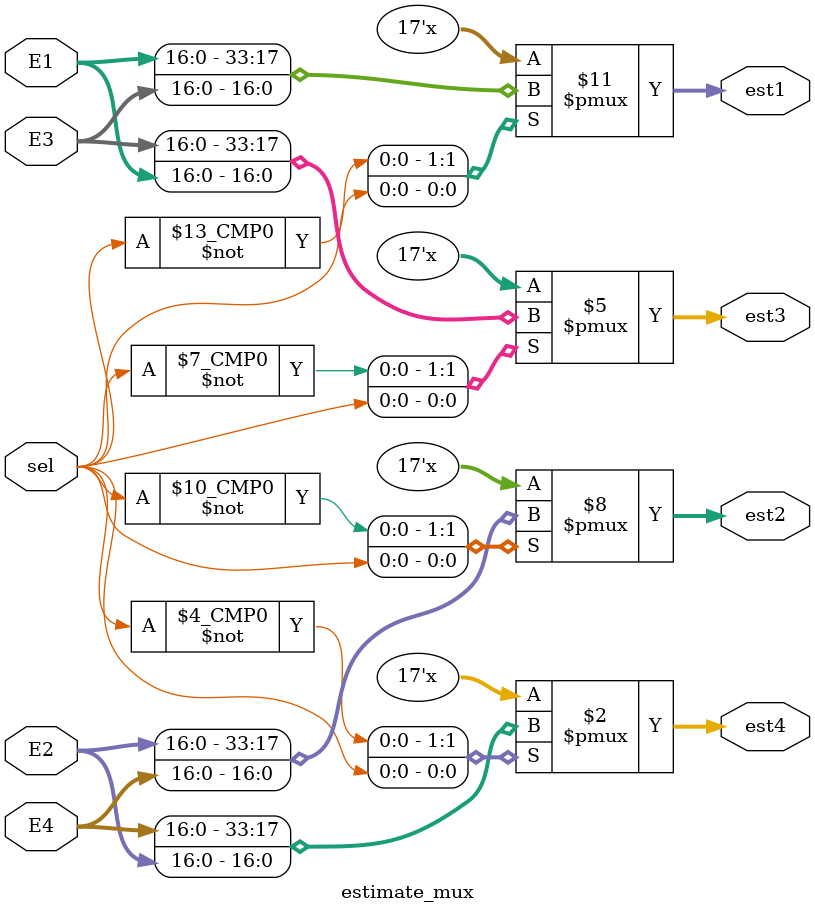
<source format=v>
module estimate_mux #(parameter WIDTH=17)(
	input wire [WIDTH-1:0] E1, E2, E3, E4, 
	input wire sel,
	output reg [WIDTH-1:0] est1, est2, est3, est4
);

always @(*) begin
	 case (sel) 
	     'b0: begin
	     	est1=E1;
	     	est2=E2;
	     	est3=E3;
	     	est4=E4; 
	     end
	     'b1: begin
	     	est1=E3;
	     	est2=E4;
	     	est3=E1;
	     	est4=E2; 
	     end
	 endcase
end
endmodule
</source>
